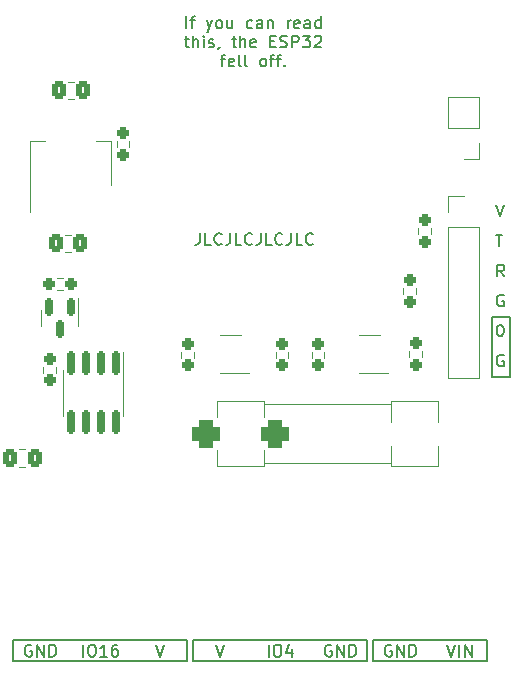
<source format=gto>
%TF.GenerationSoftware,KiCad,Pcbnew,7.0.1*%
%TF.CreationDate,2023-05-02T23:50:35+02:00*%
%TF.ProjectId,espilepsy,65737069-6c65-4707-9379-2e6b69636164,rev?*%
%TF.SameCoordinates,Original*%
%TF.FileFunction,Legend,Top*%
%TF.FilePolarity,Positive*%
%FSLAX46Y46*%
G04 Gerber Fmt 4.6, Leading zero omitted, Abs format (unit mm)*
G04 Created by KiCad (PCBNEW 7.0.1) date 2023-05-02 23:50:35*
%MOMM*%
%LPD*%
G01*
G04 APERTURE LIST*
G04 Aperture macros list*
%AMRoundRect*
0 Rectangle with rounded corners*
0 $1 Rounding radius*
0 $2 $3 $4 $5 $6 $7 $8 $9 X,Y pos of 4 corners*
0 Add a 4 corners polygon primitive as box body*
4,1,4,$2,$3,$4,$5,$6,$7,$8,$9,$2,$3,0*
0 Add four circle primitives for the rounded corners*
1,1,$1+$1,$2,$3*
1,1,$1+$1,$4,$5*
1,1,$1+$1,$6,$7*
1,1,$1+$1,$8,$9*
0 Add four rect primitives between the rounded corners*
20,1,$1+$1,$2,$3,$4,$5,0*
20,1,$1+$1,$4,$5,$6,$7,0*
20,1,$1+$1,$6,$7,$8,$9,0*
20,1,$1+$1,$8,$9,$2,$3,0*%
G04 Aperture macros list end*
%ADD10C,0.150000*%
%ADD11C,0.120000*%
%ADD12RoundRect,0.150000X-0.150000X0.587500X-0.150000X-0.587500X0.150000X-0.587500X0.150000X0.587500X0*%
%ADD13RoundRect,0.575000X-0.575000X-0.575000X0.575000X-0.575000X0.575000X0.575000X-0.575000X0.575000X0*%
%ADD14C,2.300000*%
%ADD15R,2.600000X2.600000*%
%ADD16C,2.600000*%
%ADD17RoundRect,0.237500X0.237500X-0.250000X0.237500X0.250000X-0.237500X0.250000X-0.237500X-0.250000X0*%
%ADD18RoundRect,0.250000X0.337500X0.475000X-0.337500X0.475000X-0.337500X-0.475000X0.337500X-0.475000X0*%
%ADD19C,2.700000*%
%ADD20RoundRect,0.237500X-0.237500X0.250000X-0.237500X-0.250000X0.237500X-0.250000X0.237500X0.250000X0*%
%ADD21R,1.500000X0.900000*%
%ADD22R,0.900000X1.500000*%
%ADD23C,0.600000*%
%ADD24R,3.800000X3.800000*%
%ADD25R,1.500000X2.000000*%
%ADD26R,3.800000X2.000000*%
%ADD27R,1.700000X1.700000*%
%ADD28O,1.700000X1.700000*%
%ADD29R,1.560000X0.650000*%
%ADD30RoundRect,0.237500X0.250000X0.237500X-0.250000X0.237500X-0.250000X-0.237500X0.250000X-0.237500X0*%
%ADD31RoundRect,0.150000X-0.150000X0.825000X-0.150000X-0.825000X0.150000X-0.825000X0.150000X0.825000X0*%
G04 APERTURE END LIST*
D10*
X66953523Y-53533619D02*
X66953523Y-52533619D01*
X67286856Y-52866952D02*
X67667808Y-52866952D01*
X67429713Y-53533619D02*
X67429713Y-52676476D01*
X67429713Y-52676476D02*
X67477332Y-52581238D01*
X67477332Y-52581238D02*
X67572570Y-52533619D01*
X67572570Y-52533619D02*
X67667808Y-52533619D01*
X68667809Y-52866952D02*
X68905904Y-53533619D01*
X69143999Y-52866952D02*
X68905904Y-53533619D01*
X68905904Y-53533619D02*
X68810666Y-53771714D01*
X68810666Y-53771714D02*
X68763047Y-53819333D01*
X68763047Y-53819333D02*
X68667809Y-53866952D01*
X69667809Y-53533619D02*
X69572571Y-53486000D01*
X69572571Y-53486000D02*
X69524952Y-53438380D01*
X69524952Y-53438380D02*
X69477333Y-53343142D01*
X69477333Y-53343142D02*
X69477333Y-53057428D01*
X69477333Y-53057428D02*
X69524952Y-52962190D01*
X69524952Y-52962190D02*
X69572571Y-52914571D01*
X69572571Y-52914571D02*
X69667809Y-52866952D01*
X69667809Y-52866952D02*
X69810666Y-52866952D01*
X69810666Y-52866952D02*
X69905904Y-52914571D01*
X69905904Y-52914571D02*
X69953523Y-52962190D01*
X69953523Y-52962190D02*
X70001142Y-53057428D01*
X70001142Y-53057428D02*
X70001142Y-53343142D01*
X70001142Y-53343142D02*
X69953523Y-53438380D01*
X69953523Y-53438380D02*
X69905904Y-53486000D01*
X69905904Y-53486000D02*
X69810666Y-53533619D01*
X69810666Y-53533619D02*
X69667809Y-53533619D01*
X70858285Y-52866952D02*
X70858285Y-53533619D01*
X70429714Y-52866952D02*
X70429714Y-53390761D01*
X70429714Y-53390761D02*
X70477333Y-53486000D01*
X70477333Y-53486000D02*
X70572571Y-53533619D01*
X70572571Y-53533619D02*
X70715428Y-53533619D01*
X70715428Y-53533619D02*
X70810666Y-53486000D01*
X70810666Y-53486000D02*
X70858285Y-53438380D01*
X72524952Y-53486000D02*
X72429714Y-53533619D01*
X72429714Y-53533619D02*
X72239238Y-53533619D01*
X72239238Y-53533619D02*
X72144000Y-53486000D01*
X72144000Y-53486000D02*
X72096381Y-53438380D01*
X72096381Y-53438380D02*
X72048762Y-53343142D01*
X72048762Y-53343142D02*
X72048762Y-53057428D01*
X72048762Y-53057428D02*
X72096381Y-52962190D01*
X72096381Y-52962190D02*
X72144000Y-52914571D01*
X72144000Y-52914571D02*
X72239238Y-52866952D01*
X72239238Y-52866952D02*
X72429714Y-52866952D01*
X72429714Y-52866952D02*
X72524952Y-52914571D01*
X73382095Y-53533619D02*
X73382095Y-53009809D01*
X73382095Y-53009809D02*
X73334476Y-52914571D01*
X73334476Y-52914571D02*
X73239238Y-52866952D01*
X73239238Y-52866952D02*
X73048762Y-52866952D01*
X73048762Y-52866952D02*
X72953524Y-52914571D01*
X73382095Y-53486000D02*
X73286857Y-53533619D01*
X73286857Y-53533619D02*
X73048762Y-53533619D01*
X73048762Y-53533619D02*
X72953524Y-53486000D01*
X72953524Y-53486000D02*
X72905905Y-53390761D01*
X72905905Y-53390761D02*
X72905905Y-53295523D01*
X72905905Y-53295523D02*
X72953524Y-53200285D01*
X72953524Y-53200285D02*
X73048762Y-53152666D01*
X73048762Y-53152666D02*
X73286857Y-53152666D01*
X73286857Y-53152666D02*
X73382095Y-53105047D01*
X73858286Y-52866952D02*
X73858286Y-53533619D01*
X73858286Y-52962190D02*
X73905905Y-52914571D01*
X73905905Y-52914571D02*
X74001143Y-52866952D01*
X74001143Y-52866952D02*
X74144000Y-52866952D01*
X74144000Y-52866952D02*
X74239238Y-52914571D01*
X74239238Y-52914571D02*
X74286857Y-53009809D01*
X74286857Y-53009809D02*
X74286857Y-53533619D01*
X75524953Y-53533619D02*
X75524953Y-52866952D01*
X75524953Y-53057428D02*
X75572572Y-52962190D01*
X75572572Y-52962190D02*
X75620191Y-52914571D01*
X75620191Y-52914571D02*
X75715429Y-52866952D01*
X75715429Y-52866952D02*
X75810667Y-52866952D01*
X76524953Y-53486000D02*
X76429715Y-53533619D01*
X76429715Y-53533619D02*
X76239239Y-53533619D01*
X76239239Y-53533619D02*
X76144001Y-53486000D01*
X76144001Y-53486000D02*
X76096382Y-53390761D01*
X76096382Y-53390761D02*
X76096382Y-53009809D01*
X76096382Y-53009809D02*
X76144001Y-52914571D01*
X76144001Y-52914571D02*
X76239239Y-52866952D01*
X76239239Y-52866952D02*
X76429715Y-52866952D01*
X76429715Y-52866952D02*
X76524953Y-52914571D01*
X76524953Y-52914571D02*
X76572572Y-53009809D01*
X76572572Y-53009809D02*
X76572572Y-53105047D01*
X76572572Y-53105047D02*
X76096382Y-53200285D01*
X77429715Y-53533619D02*
X77429715Y-53009809D01*
X77429715Y-53009809D02*
X77382096Y-52914571D01*
X77382096Y-52914571D02*
X77286858Y-52866952D01*
X77286858Y-52866952D02*
X77096382Y-52866952D01*
X77096382Y-52866952D02*
X77001144Y-52914571D01*
X77429715Y-53486000D02*
X77334477Y-53533619D01*
X77334477Y-53533619D02*
X77096382Y-53533619D01*
X77096382Y-53533619D02*
X77001144Y-53486000D01*
X77001144Y-53486000D02*
X76953525Y-53390761D01*
X76953525Y-53390761D02*
X76953525Y-53295523D01*
X76953525Y-53295523D02*
X77001144Y-53200285D01*
X77001144Y-53200285D02*
X77096382Y-53152666D01*
X77096382Y-53152666D02*
X77334477Y-53152666D01*
X77334477Y-53152666D02*
X77429715Y-53105047D01*
X78334477Y-53533619D02*
X78334477Y-52533619D01*
X78334477Y-53486000D02*
X78239239Y-53533619D01*
X78239239Y-53533619D02*
X78048763Y-53533619D01*
X78048763Y-53533619D02*
X77953525Y-53486000D01*
X77953525Y-53486000D02*
X77905906Y-53438380D01*
X77905906Y-53438380D02*
X77858287Y-53343142D01*
X77858287Y-53343142D02*
X77858287Y-53057428D01*
X77858287Y-53057428D02*
X77905906Y-52962190D01*
X77905906Y-52962190D02*
X77953525Y-52914571D01*
X77953525Y-52914571D02*
X78048763Y-52866952D01*
X78048763Y-52866952D02*
X78239239Y-52866952D01*
X78239239Y-52866952D02*
X78334477Y-52914571D01*
X66810666Y-54486952D02*
X67191618Y-54486952D01*
X66953523Y-54153619D02*
X66953523Y-55010761D01*
X66953523Y-55010761D02*
X67001142Y-55106000D01*
X67001142Y-55106000D02*
X67096380Y-55153619D01*
X67096380Y-55153619D02*
X67191618Y-55153619D01*
X67524952Y-55153619D02*
X67524952Y-54153619D01*
X67953523Y-55153619D02*
X67953523Y-54629809D01*
X67953523Y-54629809D02*
X67905904Y-54534571D01*
X67905904Y-54534571D02*
X67810666Y-54486952D01*
X67810666Y-54486952D02*
X67667809Y-54486952D01*
X67667809Y-54486952D02*
X67572571Y-54534571D01*
X67572571Y-54534571D02*
X67524952Y-54582190D01*
X68429714Y-55153619D02*
X68429714Y-54486952D01*
X68429714Y-54153619D02*
X68382095Y-54201238D01*
X68382095Y-54201238D02*
X68429714Y-54248857D01*
X68429714Y-54248857D02*
X68477333Y-54201238D01*
X68477333Y-54201238D02*
X68429714Y-54153619D01*
X68429714Y-54153619D02*
X68429714Y-54248857D01*
X68858285Y-55106000D02*
X68953523Y-55153619D01*
X68953523Y-55153619D02*
X69143999Y-55153619D01*
X69143999Y-55153619D02*
X69239237Y-55106000D01*
X69239237Y-55106000D02*
X69286856Y-55010761D01*
X69286856Y-55010761D02*
X69286856Y-54963142D01*
X69286856Y-54963142D02*
X69239237Y-54867904D01*
X69239237Y-54867904D02*
X69143999Y-54820285D01*
X69143999Y-54820285D02*
X69001142Y-54820285D01*
X69001142Y-54820285D02*
X68905904Y-54772666D01*
X68905904Y-54772666D02*
X68858285Y-54677428D01*
X68858285Y-54677428D02*
X68858285Y-54629809D01*
X68858285Y-54629809D02*
X68905904Y-54534571D01*
X68905904Y-54534571D02*
X69001142Y-54486952D01*
X69001142Y-54486952D02*
X69143999Y-54486952D01*
X69143999Y-54486952D02*
X69239237Y-54534571D01*
X69763047Y-55106000D02*
X69763047Y-55153619D01*
X69763047Y-55153619D02*
X69715428Y-55248857D01*
X69715428Y-55248857D02*
X69667809Y-55296476D01*
X70810666Y-54486952D02*
X71191618Y-54486952D01*
X70953523Y-54153619D02*
X70953523Y-55010761D01*
X70953523Y-55010761D02*
X71001142Y-55106000D01*
X71001142Y-55106000D02*
X71096380Y-55153619D01*
X71096380Y-55153619D02*
X71191618Y-55153619D01*
X71524952Y-55153619D02*
X71524952Y-54153619D01*
X71953523Y-55153619D02*
X71953523Y-54629809D01*
X71953523Y-54629809D02*
X71905904Y-54534571D01*
X71905904Y-54534571D02*
X71810666Y-54486952D01*
X71810666Y-54486952D02*
X71667809Y-54486952D01*
X71667809Y-54486952D02*
X71572571Y-54534571D01*
X71572571Y-54534571D02*
X71524952Y-54582190D01*
X72810666Y-55106000D02*
X72715428Y-55153619D01*
X72715428Y-55153619D02*
X72524952Y-55153619D01*
X72524952Y-55153619D02*
X72429714Y-55106000D01*
X72429714Y-55106000D02*
X72382095Y-55010761D01*
X72382095Y-55010761D02*
X72382095Y-54629809D01*
X72382095Y-54629809D02*
X72429714Y-54534571D01*
X72429714Y-54534571D02*
X72524952Y-54486952D01*
X72524952Y-54486952D02*
X72715428Y-54486952D01*
X72715428Y-54486952D02*
X72810666Y-54534571D01*
X72810666Y-54534571D02*
X72858285Y-54629809D01*
X72858285Y-54629809D02*
X72858285Y-54725047D01*
X72858285Y-54725047D02*
X72382095Y-54820285D01*
X74048762Y-54629809D02*
X74382095Y-54629809D01*
X74524952Y-55153619D02*
X74048762Y-55153619D01*
X74048762Y-55153619D02*
X74048762Y-54153619D01*
X74048762Y-54153619D02*
X74524952Y-54153619D01*
X74905905Y-55106000D02*
X75048762Y-55153619D01*
X75048762Y-55153619D02*
X75286857Y-55153619D01*
X75286857Y-55153619D02*
X75382095Y-55106000D01*
X75382095Y-55106000D02*
X75429714Y-55058380D01*
X75429714Y-55058380D02*
X75477333Y-54963142D01*
X75477333Y-54963142D02*
X75477333Y-54867904D01*
X75477333Y-54867904D02*
X75429714Y-54772666D01*
X75429714Y-54772666D02*
X75382095Y-54725047D01*
X75382095Y-54725047D02*
X75286857Y-54677428D01*
X75286857Y-54677428D02*
X75096381Y-54629809D01*
X75096381Y-54629809D02*
X75001143Y-54582190D01*
X75001143Y-54582190D02*
X74953524Y-54534571D01*
X74953524Y-54534571D02*
X74905905Y-54439333D01*
X74905905Y-54439333D02*
X74905905Y-54344095D01*
X74905905Y-54344095D02*
X74953524Y-54248857D01*
X74953524Y-54248857D02*
X75001143Y-54201238D01*
X75001143Y-54201238D02*
X75096381Y-54153619D01*
X75096381Y-54153619D02*
X75334476Y-54153619D01*
X75334476Y-54153619D02*
X75477333Y-54201238D01*
X75905905Y-55153619D02*
X75905905Y-54153619D01*
X75905905Y-54153619D02*
X76286857Y-54153619D01*
X76286857Y-54153619D02*
X76382095Y-54201238D01*
X76382095Y-54201238D02*
X76429714Y-54248857D01*
X76429714Y-54248857D02*
X76477333Y-54344095D01*
X76477333Y-54344095D02*
X76477333Y-54486952D01*
X76477333Y-54486952D02*
X76429714Y-54582190D01*
X76429714Y-54582190D02*
X76382095Y-54629809D01*
X76382095Y-54629809D02*
X76286857Y-54677428D01*
X76286857Y-54677428D02*
X75905905Y-54677428D01*
X76810667Y-54153619D02*
X77429714Y-54153619D01*
X77429714Y-54153619D02*
X77096381Y-54534571D01*
X77096381Y-54534571D02*
X77239238Y-54534571D01*
X77239238Y-54534571D02*
X77334476Y-54582190D01*
X77334476Y-54582190D02*
X77382095Y-54629809D01*
X77382095Y-54629809D02*
X77429714Y-54725047D01*
X77429714Y-54725047D02*
X77429714Y-54963142D01*
X77429714Y-54963142D02*
X77382095Y-55058380D01*
X77382095Y-55058380D02*
X77334476Y-55106000D01*
X77334476Y-55106000D02*
X77239238Y-55153619D01*
X77239238Y-55153619D02*
X76953524Y-55153619D01*
X76953524Y-55153619D02*
X76858286Y-55106000D01*
X76858286Y-55106000D02*
X76810667Y-55058380D01*
X77810667Y-54248857D02*
X77858286Y-54201238D01*
X77858286Y-54201238D02*
X77953524Y-54153619D01*
X77953524Y-54153619D02*
X78191619Y-54153619D01*
X78191619Y-54153619D02*
X78286857Y-54201238D01*
X78286857Y-54201238D02*
X78334476Y-54248857D01*
X78334476Y-54248857D02*
X78382095Y-54344095D01*
X78382095Y-54344095D02*
X78382095Y-54439333D01*
X78382095Y-54439333D02*
X78334476Y-54582190D01*
X78334476Y-54582190D02*
X77763048Y-55153619D01*
X77763048Y-55153619D02*
X78382095Y-55153619D01*
X69858285Y-56106952D02*
X70239237Y-56106952D01*
X70001142Y-56773619D02*
X70001142Y-55916476D01*
X70001142Y-55916476D02*
X70048761Y-55821238D01*
X70048761Y-55821238D02*
X70143999Y-55773619D01*
X70143999Y-55773619D02*
X70239237Y-55773619D01*
X70953523Y-56726000D02*
X70858285Y-56773619D01*
X70858285Y-56773619D02*
X70667809Y-56773619D01*
X70667809Y-56773619D02*
X70572571Y-56726000D01*
X70572571Y-56726000D02*
X70524952Y-56630761D01*
X70524952Y-56630761D02*
X70524952Y-56249809D01*
X70524952Y-56249809D02*
X70572571Y-56154571D01*
X70572571Y-56154571D02*
X70667809Y-56106952D01*
X70667809Y-56106952D02*
X70858285Y-56106952D01*
X70858285Y-56106952D02*
X70953523Y-56154571D01*
X70953523Y-56154571D02*
X71001142Y-56249809D01*
X71001142Y-56249809D02*
X71001142Y-56345047D01*
X71001142Y-56345047D02*
X70524952Y-56440285D01*
X71572571Y-56773619D02*
X71477333Y-56726000D01*
X71477333Y-56726000D02*
X71429714Y-56630761D01*
X71429714Y-56630761D02*
X71429714Y-55773619D01*
X72096381Y-56773619D02*
X72001143Y-56726000D01*
X72001143Y-56726000D02*
X71953524Y-56630761D01*
X71953524Y-56630761D02*
X71953524Y-55773619D01*
X73382096Y-56773619D02*
X73286858Y-56726000D01*
X73286858Y-56726000D02*
X73239239Y-56678380D01*
X73239239Y-56678380D02*
X73191620Y-56583142D01*
X73191620Y-56583142D02*
X73191620Y-56297428D01*
X73191620Y-56297428D02*
X73239239Y-56202190D01*
X73239239Y-56202190D02*
X73286858Y-56154571D01*
X73286858Y-56154571D02*
X73382096Y-56106952D01*
X73382096Y-56106952D02*
X73524953Y-56106952D01*
X73524953Y-56106952D02*
X73620191Y-56154571D01*
X73620191Y-56154571D02*
X73667810Y-56202190D01*
X73667810Y-56202190D02*
X73715429Y-56297428D01*
X73715429Y-56297428D02*
X73715429Y-56583142D01*
X73715429Y-56583142D02*
X73667810Y-56678380D01*
X73667810Y-56678380D02*
X73620191Y-56726000D01*
X73620191Y-56726000D02*
X73524953Y-56773619D01*
X73524953Y-56773619D02*
X73382096Y-56773619D01*
X74001144Y-56106952D02*
X74382096Y-56106952D01*
X74144001Y-56773619D02*
X74144001Y-55916476D01*
X74144001Y-55916476D02*
X74191620Y-55821238D01*
X74191620Y-55821238D02*
X74286858Y-55773619D01*
X74286858Y-55773619D02*
X74382096Y-55773619D01*
X74572573Y-56106952D02*
X74953525Y-56106952D01*
X74715430Y-56773619D02*
X74715430Y-55916476D01*
X74715430Y-55916476D02*
X74763049Y-55821238D01*
X74763049Y-55821238D02*
X74858287Y-55773619D01*
X74858287Y-55773619D02*
X74953525Y-55773619D01*
X75286859Y-56678380D02*
X75334478Y-56726000D01*
X75334478Y-56726000D02*
X75286859Y-56773619D01*
X75286859Y-56773619D02*
X75239240Y-56726000D01*
X75239240Y-56726000D02*
X75286859Y-56678380D01*
X75286859Y-56678380D02*
X75286859Y-56773619D01*
X92796000Y-77978000D02*
X94320000Y-77978000D01*
X94320000Y-83058000D01*
X92796000Y-83058000D01*
X92796000Y-77978000D01*
X67544000Y-105326000D02*
X82276000Y-105326000D01*
X82276000Y-107104000D01*
X67544000Y-107104000D01*
X67544000Y-105326000D01*
X82784000Y-105326000D02*
X92436000Y-105326000D01*
X92436000Y-107104000D01*
X82784000Y-107104000D01*
X82784000Y-105326000D01*
X52304000Y-105326000D02*
X67036000Y-105326000D01*
X67036000Y-107104000D01*
X52304000Y-107104000D01*
X52304000Y-105326000D01*
X84308095Y-105775238D02*
X84212857Y-105727619D01*
X84212857Y-105727619D02*
X84070000Y-105727619D01*
X84070000Y-105727619D02*
X83927143Y-105775238D01*
X83927143Y-105775238D02*
X83831905Y-105870476D01*
X83831905Y-105870476D02*
X83784286Y-105965714D01*
X83784286Y-105965714D02*
X83736667Y-106156190D01*
X83736667Y-106156190D02*
X83736667Y-106299047D01*
X83736667Y-106299047D02*
X83784286Y-106489523D01*
X83784286Y-106489523D02*
X83831905Y-106584761D01*
X83831905Y-106584761D02*
X83927143Y-106680000D01*
X83927143Y-106680000D02*
X84070000Y-106727619D01*
X84070000Y-106727619D02*
X84165238Y-106727619D01*
X84165238Y-106727619D02*
X84308095Y-106680000D01*
X84308095Y-106680000D02*
X84355714Y-106632380D01*
X84355714Y-106632380D02*
X84355714Y-106299047D01*
X84355714Y-106299047D02*
X84165238Y-106299047D01*
X84784286Y-106727619D02*
X84784286Y-105727619D01*
X84784286Y-105727619D02*
X85355714Y-106727619D01*
X85355714Y-106727619D02*
X85355714Y-105727619D01*
X85831905Y-106727619D02*
X85831905Y-105727619D01*
X85831905Y-105727619D02*
X86070000Y-105727619D01*
X86070000Y-105727619D02*
X86212857Y-105775238D01*
X86212857Y-105775238D02*
X86308095Y-105870476D01*
X86308095Y-105870476D02*
X86355714Y-105965714D01*
X86355714Y-105965714D02*
X86403333Y-106156190D01*
X86403333Y-106156190D02*
X86403333Y-106299047D01*
X86403333Y-106299047D02*
X86355714Y-106489523D01*
X86355714Y-106489523D02*
X86308095Y-106584761D01*
X86308095Y-106584761D02*
X86212857Y-106680000D01*
X86212857Y-106680000D02*
X86070000Y-106727619D01*
X86070000Y-106727619D02*
X85831905Y-106727619D01*
X93859523Y-74553619D02*
X93526190Y-74077428D01*
X93288095Y-74553619D02*
X93288095Y-73553619D01*
X93288095Y-73553619D02*
X93669047Y-73553619D01*
X93669047Y-73553619D02*
X93764285Y-73601238D01*
X93764285Y-73601238D02*
X93811904Y-73648857D01*
X93811904Y-73648857D02*
X93859523Y-73744095D01*
X93859523Y-73744095D02*
X93859523Y-73886952D01*
X93859523Y-73886952D02*
X93811904Y-73982190D01*
X93811904Y-73982190D02*
X93764285Y-74029809D01*
X93764285Y-74029809D02*
X93669047Y-74077428D01*
X93669047Y-74077428D02*
X93288095Y-74077428D01*
X64416667Y-105727619D02*
X64750000Y-106727619D01*
X64750000Y-106727619D02*
X65083333Y-105727619D01*
X69496667Y-105727619D02*
X69830000Y-106727619D01*
X69830000Y-106727619D02*
X70163333Y-105727619D01*
X93145238Y-71013619D02*
X93716666Y-71013619D01*
X93430952Y-72013619D02*
X93430952Y-71013619D01*
X79228095Y-105775238D02*
X79132857Y-105727619D01*
X79132857Y-105727619D02*
X78990000Y-105727619D01*
X78990000Y-105727619D02*
X78847143Y-105775238D01*
X78847143Y-105775238D02*
X78751905Y-105870476D01*
X78751905Y-105870476D02*
X78704286Y-105965714D01*
X78704286Y-105965714D02*
X78656667Y-106156190D01*
X78656667Y-106156190D02*
X78656667Y-106299047D01*
X78656667Y-106299047D02*
X78704286Y-106489523D01*
X78704286Y-106489523D02*
X78751905Y-106584761D01*
X78751905Y-106584761D02*
X78847143Y-106680000D01*
X78847143Y-106680000D02*
X78990000Y-106727619D01*
X78990000Y-106727619D02*
X79085238Y-106727619D01*
X79085238Y-106727619D02*
X79228095Y-106680000D01*
X79228095Y-106680000D02*
X79275714Y-106632380D01*
X79275714Y-106632380D02*
X79275714Y-106299047D01*
X79275714Y-106299047D02*
X79085238Y-106299047D01*
X79704286Y-106727619D02*
X79704286Y-105727619D01*
X79704286Y-105727619D02*
X80275714Y-106727619D01*
X80275714Y-106727619D02*
X80275714Y-105727619D01*
X80751905Y-106727619D02*
X80751905Y-105727619D01*
X80751905Y-105727619D02*
X80990000Y-105727619D01*
X80990000Y-105727619D02*
X81132857Y-105775238D01*
X81132857Y-105775238D02*
X81228095Y-105870476D01*
X81228095Y-105870476D02*
X81275714Y-105965714D01*
X81275714Y-105965714D02*
X81323333Y-106156190D01*
X81323333Y-106156190D02*
X81323333Y-106299047D01*
X81323333Y-106299047D02*
X81275714Y-106489523D01*
X81275714Y-106489523D02*
X81228095Y-106584761D01*
X81228095Y-106584761D02*
X81132857Y-106680000D01*
X81132857Y-106680000D02*
X80990000Y-106727619D01*
X80990000Y-106727619D02*
X80751905Y-106727619D01*
X93811904Y-76141238D02*
X93716666Y-76093619D01*
X93716666Y-76093619D02*
X93573809Y-76093619D01*
X93573809Y-76093619D02*
X93430952Y-76141238D01*
X93430952Y-76141238D02*
X93335714Y-76236476D01*
X93335714Y-76236476D02*
X93288095Y-76331714D01*
X93288095Y-76331714D02*
X93240476Y-76522190D01*
X93240476Y-76522190D02*
X93240476Y-76665047D01*
X93240476Y-76665047D02*
X93288095Y-76855523D01*
X93288095Y-76855523D02*
X93335714Y-76950761D01*
X93335714Y-76950761D02*
X93430952Y-77046000D01*
X93430952Y-77046000D02*
X93573809Y-77093619D01*
X93573809Y-77093619D02*
X93669047Y-77093619D01*
X93669047Y-77093619D02*
X93811904Y-77046000D01*
X93811904Y-77046000D02*
X93859523Y-76998380D01*
X93859523Y-76998380D02*
X93859523Y-76665047D01*
X93859523Y-76665047D02*
X93669047Y-76665047D01*
X89054762Y-105727619D02*
X89388095Y-106727619D01*
X89388095Y-106727619D02*
X89721428Y-105727619D01*
X90054762Y-106727619D02*
X90054762Y-105727619D01*
X90530952Y-106727619D02*
X90530952Y-105727619D01*
X90530952Y-105727619D02*
X91102380Y-106727619D01*
X91102380Y-106727619D02*
X91102380Y-105727619D01*
X73910000Y-106727619D02*
X73910000Y-105727619D01*
X74576666Y-105727619D02*
X74767142Y-105727619D01*
X74767142Y-105727619D02*
X74862380Y-105775238D01*
X74862380Y-105775238D02*
X74957618Y-105870476D01*
X74957618Y-105870476D02*
X75005237Y-106060952D01*
X75005237Y-106060952D02*
X75005237Y-106394285D01*
X75005237Y-106394285D02*
X74957618Y-106584761D01*
X74957618Y-106584761D02*
X74862380Y-106680000D01*
X74862380Y-106680000D02*
X74767142Y-106727619D01*
X74767142Y-106727619D02*
X74576666Y-106727619D01*
X74576666Y-106727619D02*
X74481428Y-106680000D01*
X74481428Y-106680000D02*
X74386190Y-106584761D01*
X74386190Y-106584761D02*
X74338571Y-106394285D01*
X74338571Y-106394285D02*
X74338571Y-106060952D01*
X74338571Y-106060952D02*
X74386190Y-105870476D01*
X74386190Y-105870476D02*
X74481428Y-105775238D01*
X74481428Y-105775238D02*
X74576666Y-105727619D01*
X75862380Y-106060952D02*
X75862380Y-106727619D01*
X75624285Y-105680000D02*
X75386190Y-106394285D01*
X75386190Y-106394285D02*
X76005237Y-106394285D01*
X68087809Y-70886619D02*
X68087809Y-71600904D01*
X68087809Y-71600904D02*
X68040190Y-71743761D01*
X68040190Y-71743761D02*
X67944952Y-71839000D01*
X67944952Y-71839000D02*
X67802095Y-71886619D01*
X67802095Y-71886619D02*
X67706857Y-71886619D01*
X69040190Y-71886619D02*
X68564000Y-71886619D01*
X68564000Y-71886619D02*
X68564000Y-70886619D01*
X69944952Y-71791380D02*
X69897333Y-71839000D01*
X69897333Y-71839000D02*
X69754476Y-71886619D01*
X69754476Y-71886619D02*
X69659238Y-71886619D01*
X69659238Y-71886619D02*
X69516381Y-71839000D01*
X69516381Y-71839000D02*
X69421143Y-71743761D01*
X69421143Y-71743761D02*
X69373524Y-71648523D01*
X69373524Y-71648523D02*
X69325905Y-71458047D01*
X69325905Y-71458047D02*
X69325905Y-71315190D01*
X69325905Y-71315190D02*
X69373524Y-71124714D01*
X69373524Y-71124714D02*
X69421143Y-71029476D01*
X69421143Y-71029476D02*
X69516381Y-70934238D01*
X69516381Y-70934238D02*
X69659238Y-70886619D01*
X69659238Y-70886619D02*
X69754476Y-70886619D01*
X69754476Y-70886619D02*
X69897333Y-70934238D01*
X69897333Y-70934238D02*
X69944952Y-70981857D01*
X70659238Y-70886619D02*
X70659238Y-71600904D01*
X70659238Y-71600904D02*
X70611619Y-71743761D01*
X70611619Y-71743761D02*
X70516381Y-71839000D01*
X70516381Y-71839000D02*
X70373524Y-71886619D01*
X70373524Y-71886619D02*
X70278286Y-71886619D01*
X71611619Y-71886619D02*
X71135429Y-71886619D01*
X71135429Y-71886619D02*
X71135429Y-70886619D01*
X72516381Y-71791380D02*
X72468762Y-71839000D01*
X72468762Y-71839000D02*
X72325905Y-71886619D01*
X72325905Y-71886619D02*
X72230667Y-71886619D01*
X72230667Y-71886619D02*
X72087810Y-71839000D01*
X72087810Y-71839000D02*
X71992572Y-71743761D01*
X71992572Y-71743761D02*
X71944953Y-71648523D01*
X71944953Y-71648523D02*
X71897334Y-71458047D01*
X71897334Y-71458047D02*
X71897334Y-71315190D01*
X71897334Y-71315190D02*
X71944953Y-71124714D01*
X71944953Y-71124714D02*
X71992572Y-71029476D01*
X71992572Y-71029476D02*
X72087810Y-70934238D01*
X72087810Y-70934238D02*
X72230667Y-70886619D01*
X72230667Y-70886619D02*
X72325905Y-70886619D01*
X72325905Y-70886619D02*
X72468762Y-70934238D01*
X72468762Y-70934238D02*
X72516381Y-70981857D01*
X73230667Y-70886619D02*
X73230667Y-71600904D01*
X73230667Y-71600904D02*
X73183048Y-71743761D01*
X73183048Y-71743761D02*
X73087810Y-71839000D01*
X73087810Y-71839000D02*
X72944953Y-71886619D01*
X72944953Y-71886619D02*
X72849715Y-71886619D01*
X74183048Y-71886619D02*
X73706858Y-71886619D01*
X73706858Y-71886619D02*
X73706858Y-70886619D01*
X75087810Y-71791380D02*
X75040191Y-71839000D01*
X75040191Y-71839000D02*
X74897334Y-71886619D01*
X74897334Y-71886619D02*
X74802096Y-71886619D01*
X74802096Y-71886619D02*
X74659239Y-71839000D01*
X74659239Y-71839000D02*
X74564001Y-71743761D01*
X74564001Y-71743761D02*
X74516382Y-71648523D01*
X74516382Y-71648523D02*
X74468763Y-71458047D01*
X74468763Y-71458047D02*
X74468763Y-71315190D01*
X74468763Y-71315190D02*
X74516382Y-71124714D01*
X74516382Y-71124714D02*
X74564001Y-71029476D01*
X74564001Y-71029476D02*
X74659239Y-70934238D01*
X74659239Y-70934238D02*
X74802096Y-70886619D01*
X74802096Y-70886619D02*
X74897334Y-70886619D01*
X74897334Y-70886619D02*
X75040191Y-70934238D01*
X75040191Y-70934238D02*
X75087810Y-70981857D01*
X75802096Y-70886619D02*
X75802096Y-71600904D01*
X75802096Y-71600904D02*
X75754477Y-71743761D01*
X75754477Y-71743761D02*
X75659239Y-71839000D01*
X75659239Y-71839000D02*
X75516382Y-71886619D01*
X75516382Y-71886619D02*
X75421144Y-71886619D01*
X76754477Y-71886619D02*
X76278287Y-71886619D01*
X76278287Y-71886619D02*
X76278287Y-70886619D01*
X77659239Y-71791380D02*
X77611620Y-71839000D01*
X77611620Y-71839000D02*
X77468763Y-71886619D01*
X77468763Y-71886619D02*
X77373525Y-71886619D01*
X77373525Y-71886619D02*
X77230668Y-71839000D01*
X77230668Y-71839000D02*
X77135430Y-71743761D01*
X77135430Y-71743761D02*
X77087811Y-71648523D01*
X77087811Y-71648523D02*
X77040192Y-71458047D01*
X77040192Y-71458047D02*
X77040192Y-71315190D01*
X77040192Y-71315190D02*
X77087811Y-71124714D01*
X77087811Y-71124714D02*
X77135430Y-71029476D01*
X77135430Y-71029476D02*
X77230668Y-70934238D01*
X77230668Y-70934238D02*
X77373525Y-70886619D01*
X77373525Y-70886619D02*
X77468763Y-70886619D01*
X77468763Y-70886619D02*
X77611620Y-70934238D01*
X77611620Y-70934238D02*
X77659239Y-70981857D01*
X93478571Y-78633619D02*
X93573809Y-78633619D01*
X93573809Y-78633619D02*
X93669047Y-78681238D01*
X93669047Y-78681238D02*
X93716666Y-78728857D01*
X93716666Y-78728857D02*
X93764285Y-78824095D01*
X93764285Y-78824095D02*
X93811904Y-79014571D01*
X93811904Y-79014571D02*
X93811904Y-79252666D01*
X93811904Y-79252666D02*
X93764285Y-79443142D01*
X93764285Y-79443142D02*
X93716666Y-79538380D01*
X93716666Y-79538380D02*
X93669047Y-79586000D01*
X93669047Y-79586000D02*
X93573809Y-79633619D01*
X93573809Y-79633619D02*
X93478571Y-79633619D01*
X93478571Y-79633619D02*
X93383333Y-79586000D01*
X93383333Y-79586000D02*
X93335714Y-79538380D01*
X93335714Y-79538380D02*
X93288095Y-79443142D01*
X93288095Y-79443142D02*
X93240476Y-79252666D01*
X93240476Y-79252666D02*
X93240476Y-79014571D01*
X93240476Y-79014571D02*
X93288095Y-78824095D01*
X93288095Y-78824095D02*
X93335714Y-78728857D01*
X93335714Y-78728857D02*
X93383333Y-78681238D01*
X93383333Y-78681238D02*
X93478571Y-78633619D01*
X53828095Y-105775238D02*
X53732857Y-105727619D01*
X53732857Y-105727619D02*
X53590000Y-105727619D01*
X53590000Y-105727619D02*
X53447143Y-105775238D01*
X53447143Y-105775238D02*
X53351905Y-105870476D01*
X53351905Y-105870476D02*
X53304286Y-105965714D01*
X53304286Y-105965714D02*
X53256667Y-106156190D01*
X53256667Y-106156190D02*
X53256667Y-106299047D01*
X53256667Y-106299047D02*
X53304286Y-106489523D01*
X53304286Y-106489523D02*
X53351905Y-106584761D01*
X53351905Y-106584761D02*
X53447143Y-106680000D01*
X53447143Y-106680000D02*
X53590000Y-106727619D01*
X53590000Y-106727619D02*
X53685238Y-106727619D01*
X53685238Y-106727619D02*
X53828095Y-106680000D01*
X53828095Y-106680000D02*
X53875714Y-106632380D01*
X53875714Y-106632380D02*
X53875714Y-106299047D01*
X53875714Y-106299047D02*
X53685238Y-106299047D01*
X54304286Y-106727619D02*
X54304286Y-105727619D01*
X54304286Y-105727619D02*
X54875714Y-106727619D01*
X54875714Y-106727619D02*
X54875714Y-105727619D01*
X55351905Y-106727619D02*
X55351905Y-105727619D01*
X55351905Y-105727619D02*
X55590000Y-105727619D01*
X55590000Y-105727619D02*
X55732857Y-105775238D01*
X55732857Y-105775238D02*
X55828095Y-105870476D01*
X55828095Y-105870476D02*
X55875714Y-105965714D01*
X55875714Y-105965714D02*
X55923333Y-106156190D01*
X55923333Y-106156190D02*
X55923333Y-106299047D01*
X55923333Y-106299047D02*
X55875714Y-106489523D01*
X55875714Y-106489523D02*
X55828095Y-106584761D01*
X55828095Y-106584761D02*
X55732857Y-106680000D01*
X55732857Y-106680000D02*
X55590000Y-106727619D01*
X55590000Y-106727619D02*
X55351905Y-106727619D01*
X93811904Y-81221238D02*
X93716666Y-81173619D01*
X93716666Y-81173619D02*
X93573809Y-81173619D01*
X93573809Y-81173619D02*
X93430952Y-81221238D01*
X93430952Y-81221238D02*
X93335714Y-81316476D01*
X93335714Y-81316476D02*
X93288095Y-81411714D01*
X93288095Y-81411714D02*
X93240476Y-81602190D01*
X93240476Y-81602190D02*
X93240476Y-81745047D01*
X93240476Y-81745047D02*
X93288095Y-81935523D01*
X93288095Y-81935523D02*
X93335714Y-82030761D01*
X93335714Y-82030761D02*
X93430952Y-82126000D01*
X93430952Y-82126000D02*
X93573809Y-82173619D01*
X93573809Y-82173619D02*
X93669047Y-82173619D01*
X93669047Y-82173619D02*
X93811904Y-82126000D01*
X93811904Y-82126000D02*
X93859523Y-82078380D01*
X93859523Y-82078380D02*
X93859523Y-81745047D01*
X93859523Y-81745047D02*
X93669047Y-81745047D01*
X93145238Y-68473619D02*
X93478571Y-69473619D01*
X93478571Y-69473619D02*
X93811904Y-68473619D01*
X58193810Y-106727619D02*
X58193810Y-105727619D01*
X58860476Y-105727619D02*
X59050952Y-105727619D01*
X59050952Y-105727619D02*
X59146190Y-105775238D01*
X59146190Y-105775238D02*
X59241428Y-105870476D01*
X59241428Y-105870476D02*
X59289047Y-106060952D01*
X59289047Y-106060952D02*
X59289047Y-106394285D01*
X59289047Y-106394285D02*
X59241428Y-106584761D01*
X59241428Y-106584761D02*
X59146190Y-106680000D01*
X59146190Y-106680000D02*
X59050952Y-106727619D01*
X59050952Y-106727619D02*
X58860476Y-106727619D01*
X58860476Y-106727619D02*
X58765238Y-106680000D01*
X58765238Y-106680000D02*
X58670000Y-106584761D01*
X58670000Y-106584761D02*
X58622381Y-106394285D01*
X58622381Y-106394285D02*
X58622381Y-106060952D01*
X58622381Y-106060952D02*
X58670000Y-105870476D01*
X58670000Y-105870476D02*
X58765238Y-105775238D01*
X58765238Y-105775238D02*
X58860476Y-105727619D01*
X60241428Y-106727619D02*
X59670000Y-106727619D01*
X59955714Y-106727619D02*
X59955714Y-105727619D01*
X59955714Y-105727619D02*
X59860476Y-105870476D01*
X59860476Y-105870476D02*
X59765238Y-105965714D01*
X59765238Y-105965714D02*
X59670000Y-106013333D01*
X61098571Y-105727619D02*
X60908095Y-105727619D01*
X60908095Y-105727619D02*
X60812857Y-105775238D01*
X60812857Y-105775238D02*
X60765238Y-105822857D01*
X60765238Y-105822857D02*
X60670000Y-105965714D01*
X60670000Y-105965714D02*
X60622381Y-106156190D01*
X60622381Y-106156190D02*
X60622381Y-106537142D01*
X60622381Y-106537142D02*
X60670000Y-106632380D01*
X60670000Y-106632380D02*
X60717619Y-106680000D01*
X60717619Y-106680000D02*
X60812857Y-106727619D01*
X60812857Y-106727619D02*
X61003333Y-106727619D01*
X61003333Y-106727619D02*
X61098571Y-106680000D01*
X61098571Y-106680000D02*
X61146190Y-106632380D01*
X61146190Y-106632380D02*
X61193809Y-106537142D01*
X61193809Y-106537142D02*
X61193809Y-106299047D01*
X61193809Y-106299047D02*
X61146190Y-106203809D01*
X61146190Y-106203809D02*
X61098571Y-106156190D01*
X61098571Y-106156190D02*
X61003333Y-106108571D01*
X61003333Y-106108571D02*
X60812857Y-106108571D01*
X60812857Y-106108571D02*
X60717619Y-106156190D01*
X60717619Y-106156190D02*
X60670000Y-106203809D01*
X60670000Y-106203809D02*
X60622381Y-106299047D01*
D11*
%TO.C,Q1*%
X57797500Y-78056500D02*
X57797500Y-76381500D01*
X57797500Y-78056500D02*
X57797500Y-78706500D01*
X54677500Y-78056500D02*
X54677500Y-77406500D01*
X54677500Y-78056500D02*
X54677500Y-78706500D01*
%TO.C,F1*%
X69555000Y-85134000D02*
X69555000Y-86484000D01*
X69555000Y-90634000D02*
X69555000Y-89284000D01*
X73555000Y-85134000D02*
X69555000Y-85134000D01*
X73555000Y-85134000D02*
X73555000Y-86484000D01*
X73555000Y-90634000D02*
X69555000Y-90634000D01*
X73555000Y-90634000D02*
X73555000Y-89284000D01*
X84255000Y-85134000D02*
X84255000Y-86884000D01*
X84255000Y-85384000D02*
X73555000Y-85384000D01*
X84255000Y-90384000D02*
X73555000Y-90384000D01*
X84255000Y-90634000D02*
X84255000Y-88884000D01*
X84255000Y-90634000D02*
X88255000Y-90634000D01*
X88255000Y-85134000D02*
X84255000Y-85134000D01*
X88255000Y-86884000D02*
X88255000Y-85134000D01*
X88255000Y-88884000D02*
X88255000Y-90634000D01*
%TO.C,R9*%
X85837500Y-81351224D02*
X85837500Y-80841776D01*
X86882500Y-81351224D02*
X86882500Y-80841776D01*
%TO.C,R8*%
X74534500Y-81431224D02*
X74534500Y-80921776D01*
X75579500Y-81431224D02*
X75579500Y-80921776D01*
%TO.C,C2*%
X57178752Y-72490000D02*
X56656248Y-72490000D01*
X57178752Y-71020000D02*
X56656248Y-71020000D01*
%TO.C,C1*%
X57432752Y-59536000D02*
X56910248Y-59536000D01*
X57432752Y-58066000D02*
X56910248Y-58066000D01*
%TO.C,R7*%
X67578500Y-80921776D02*
X67578500Y-81431224D01*
X66533500Y-80921776D02*
X66533500Y-81431224D01*
%TO.C,U1*%
X53740000Y-69099000D02*
X53740000Y-63089000D01*
X60560000Y-66849000D02*
X60560000Y-63089000D01*
X53740000Y-63089000D02*
X55000000Y-63089000D01*
X60560000Y-63089000D02*
X59300000Y-63089000D01*
%TO.C,J1*%
X89094000Y-67758000D02*
X90424000Y-67758000D01*
X89094000Y-69088000D02*
X89094000Y-67758000D01*
X89094000Y-70358000D02*
X89094000Y-83118000D01*
X89094000Y-70358000D02*
X91754000Y-70358000D01*
X89094000Y-83118000D02*
X91754000Y-83118000D01*
X91754000Y-70358000D02*
X91754000Y-83118000D01*
%TO.C,U4*%
X71592000Y-79529000D02*
X69792000Y-79529000D01*
X69792000Y-82749000D02*
X72242000Y-82749000D01*
%TO.C,R4*%
X56492224Y-75706500D02*
X55982776Y-75706500D01*
X56492224Y-74661500D02*
X55982776Y-74661500D01*
%TO.C,R5*%
X54849500Y-82701224D02*
X54849500Y-82191776D01*
X55894500Y-82701224D02*
X55894500Y-82191776D01*
%TO.C,C3*%
X53325752Y-90651000D02*
X52803248Y-90651000D01*
X53325752Y-89181000D02*
X52803248Y-89181000D01*
%TO.C,R1*%
X61072500Y-63604224D02*
X61072500Y-63094776D01*
X62117500Y-63604224D02*
X62117500Y-63094776D01*
%TO.C,U2*%
X83370000Y-79524000D02*
X81570000Y-79524000D01*
X81570000Y-82744000D02*
X84020000Y-82744000D01*
%TO.C,R10*%
X86374500Y-75540776D02*
X86374500Y-76050224D01*
X85329500Y-75540776D02*
X85329500Y-76050224D01*
%TO.C,Q2*%
X61615000Y-84393000D02*
X61615000Y-80943000D01*
X61615000Y-84393000D02*
X61615000Y-86343000D01*
X56495000Y-84393000D02*
X56495000Y-82443000D01*
X56495000Y-84393000D02*
X56495000Y-86343000D01*
%TO.C,J6*%
X91754000Y-64576000D02*
X90424000Y-64576000D01*
X91754000Y-63246000D02*
X91754000Y-64576000D01*
X91754000Y-61976000D02*
X91754000Y-59376000D01*
X91754000Y-61976000D02*
X89094000Y-61976000D01*
X91754000Y-59376000D02*
X89094000Y-59376000D01*
X89094000Y-61976000D02*
X89094000Y-59376000D01*
%TO.C,R6*%
X78627500Y-80921776D02*
X78627500Y-81431224D01*
X77582500Y-80921776D02*
X77582500Y-81431224D01*
%TO.C,R11*%
X87644500Y-70460776D02*
X87644500Y-70970224D01*
X86599500Y-70460776D02*
X86599500Y-70970224D01*
%TD*%
%LPC*%
D12*
%TO.C,Q1*%
X57187500Y-77119000D03*
X55287500Y-77119000D03*
X56237500Y-78994000D03*
%TD*%
D13*
%TO.C,F1*%
X68655000Y-87884000D03*
X74455000Y-87884000D03*
D14*
X83355000Y-87884000D03*
X89155000Y-87884000D03*
%TD*%
D15*
%TO.C,J3*%
X64765000Y-97409000D03*
D16*
X69845000Y-97409000D03*
%TD*%
D17*
%TO.C,R9*%
X86360000Y-82009000D03*
X86360000Y-80184000D03*
%TD*%
D15*
%TO.C,J2*%
X54605000Y-97409000D03*
D16*
X59685000Y-97409000D03*
%TD*%
D17*
%TO.C,R8*%
X75057000Y-82089000D03*
X75057000Y-80264000D03*
%TD*%
D18*
%TO.C,C2*%
X57955000Y-71755000D03*
X55880000Y-71755000D03*
%TD*%
%TO.C,C1*%
X58209000Y-58801000D03*
X56134000Y-58801000D03*
%TD*%
D19*
%TO.C,H2*%
X93750000Y-113200000D03*
%TD*%
D20*
%TO.C,R7*%
X67056000Y-80264000D03*
X67056000Y-82089000D03*
%TD*%
D21*
%TO.C,U3*%
X63780000Y-58039000D03*
X63780000Y-59309000D03*
X63780000Y-60579000D03*
X63780000Y-61849000D03*
X63780000Y-63119000D03*
X63780000Y-64389000D03*
X63780000Y-65659000D03*
X63780000Y-66929000D03*
X63780000Y-68199000D03*
X63780000Y-69469000D03*
X63780000Y-70739000D03*
X63780000Y-72009000D03*
X63780000Y-73279000D03*
X63780000Y-74549000D03*
D22*
X66820000Y-75799000D03*
X68090000Y-75799000D03*
X69360000Y-75799000D03*
X70630000Y-75799000D03*
X71900000Y-75799000D03*
X73170000Y-75799000D03*
X74440000Y-75799000D03*
X75710000Y-75799000D03*
X76980000Y-75799000D03*
X78250000Y-75799000D03*
D21*
X81280000Y-74549000D03*
X81280000Y-73279000D03*
X81280000Y-72009000D03*
X81280000Y-70739000D03*
X81280000Y-69469000D03*
X81280000Y-68199000D03*
X81280000Y-66929000D03*
X81280000Y-65659000D03*
X81280000Y-64389000D03*
X81280000Y-63119000D03*
X81280000Y-61849000D03*
X81280000Y-60579000D03*
X81280000Y-59309000D03*
X81280000Y-58039000D03*
D23*
X69630000Y-65059000D03*
X69630000Y-66459000D03*
X70330000Y-64359000D03*
X70330000Y-65759000D03*
X70330000Y-67159000D03*
X71005000Y-65059000D03*
X71005000Y-66459000D03*
D24*
X71030000Y-65759000D03*
D23*
X71730000Y-64359000D03*
X71730000Y-65759000D03*
X71730000Y-67159000D03*
X72430000Y-65059000D03*
X72430000Y-66459000D03*
%TD*%
D25*
%TO.C,U1*%
X54850000Y-68149000D03*
X57150000Y-68149000D03*
D26*
X57150000Y-61849000D03*
D25*
X59450000Y-68149000D03*
%TD*%
D27*
%TO.C,J1*%
X90424000Y-69088000D03*
D28*
X90424000Y-71628000D03*
X90424000Y-74168000D03*
X90424000Y-76708000D03*
X90424000Y-79248000D03*
X90424000Y-81788000D03*
%TD*%
D29*
%TO.C,U4*%
X72042000Y-82089000D03*
X72042000Y-81139000D03*
X72042000Y-80189000D03*
X69342000Y-80189000D03*
X69342000Y-82089000D03*
%TD*%
D30*
%TO.C,R4*%
X57150000Y-75184000D03*
X55325000Y-75184000D03*
%TD*%
D17*
%TO.C,R5*%
X55372000Y-83359000D03*
X55372000Y-81534000D03*
%TD*%
D18*
%TO.C,C3*%
X54102000Y-89916000D03*
X52027000Y-89916000D03*
%TD*%
D15*
%TO.C,J5*%
X85090000Y-97409000D03*
D16*
X90170000Y-97409000D03*
%TD*%
D17*
%TO.C,R1*%
X61595000Y-64262000D03*
X61595000Y-62437000D03*
%TD*%
D29*
%TO.C,U2*%
X83820000Y-82084000D03*
X83820000Y-81134000D03*
X83820000Y-80184000D03*
X81120000Y-80184000D03*
X81120000Y-82084000D03*
%TD*%
D19*
%TO.C,H1*%
X51000000Y-53900000D03*
%TD*%
D20*
%TO.C,R10*%
X85852000Y-74883000D03*
X85852000Y-76708000D03*
%TD*%
D31*
%TO.C,Q2*%
X60960000Y-81918000D03*
X59690000Y-81918000D03*
X58420000Y-81918000D03*
X57150000Y-81918000D03*
X57150000Y-86868000D03*
X58420000Y-86868000D03*
X59690000Y-86868000D03*
X60960000Y-86868000D03*
%TD*%
D15*
%TO.C,J4*%
X74925000Y-97409000D03*
D16*
X80005000Y-97409000D03*
%TD*%
D27*
%TO.C,J6*%
X90424000Y-63246000D03*
D28*
X90424000Y-60706000D03*
%TD*%
D20*
%TO.C,R6*%
X78105000Y-80264000D03*
X78105000Y-82089000D03*
%TD*%
%TO.C,R11*%
X87122000Y-69803000D03*
X87122000Y-71628000D03*
%TD*%
M02*

</source>
